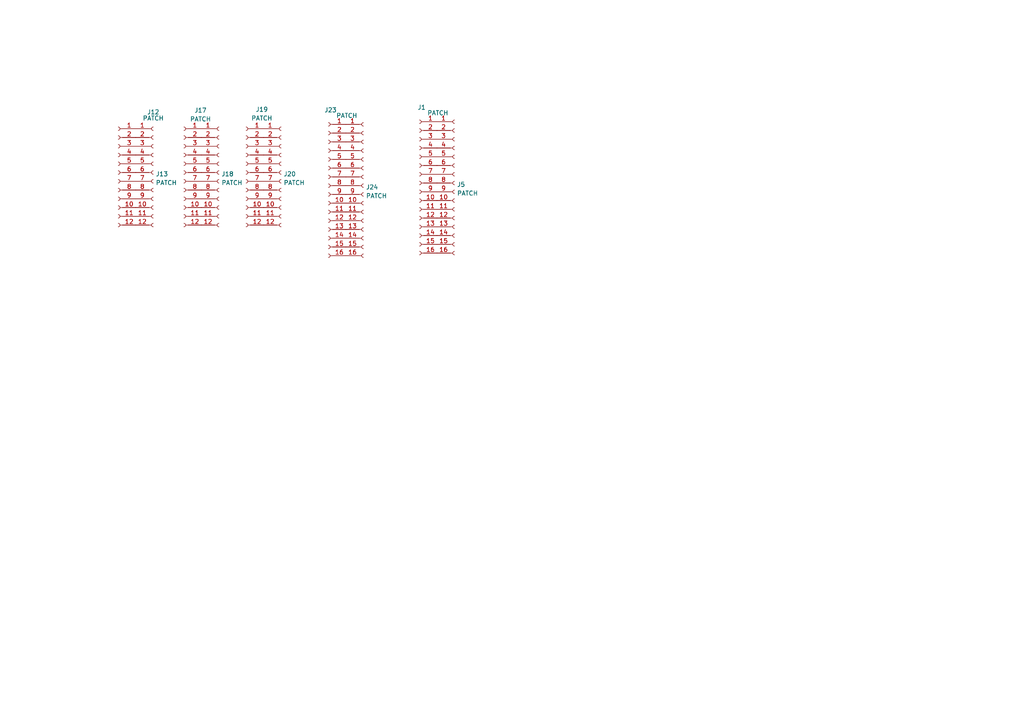
<source format=kicad_sch>
(kicad_sch (version 20231120) (generator "eeschema") (generator_version "8.0")
  (paper "A4")
  (lib_symbols
    (symbol "Connector:Conn_01x12_Female" (pin_names (offset 1.016) hide)
      (property "Reference" "J" (at 0 15.24 0))
      (property "Value" "Conn_01x12_Female" (at 0 -17.78 0))
      (symbol "Conn_01x12_Female_1_1"
        (arc (start 0 -14.732) (mid -0.5058 -15.24) (end 0 -15.748) (stroke (width 0.1524)))
        (arc (start 0 -12.192) (mid -0.5058 -12.7) (end 0 -13.208) (stroke (width 0.1524)))
        (arc (start 0 -9.652) (mid -0.5058 -10.16) (end 0 -10.668) (stroke (width 0.1524)))
        (arc (start 0 -7.112) (mid -0.5058 -7.62) (end 0 -8.128) (stroke (width 0.1524)))
        (arc (start 0 -4.572) (mid -0.5058 -5.08) (end 0 -5.588) (stroke (width 0.1524)))
        (arc (start 0 -2.032) (mid -0.5058 -2.54) (end 0 -3.048) (stroke (width 0.1524)))
        (polyline (pts (xy -1.27 -15.24) (xy -0.508 -15.24)) (stroke (width 0.1524)))
        (polyline (pts (xy -1.27 -12.7) (xy -0.508 -12.7)) (stroke (width 0.1524)))
        (polyline (pts (xy -1.27 -10.16) (xy -0.508 -10.16)) (stroke (width 0.1524)))
        (polyline (pts (xy -1.27 -7.62) (xy -0.508 -7.62)) (stroke (width 0.1524)))
        (polyline (pts (xy -1.27 -5.08) (xy -0.508 -5.08)) (stroke (width 0.1524)))
        (polyline (pts (xy -1.27 -2.54) (xy -0.508 -2.54)) (stroke (width 0.1524)))
        (polyline (pts (xy -1.27 0) (xy -0.508 0)) (stroke (width 0.1524)))
        (polyline (pts (xy -1.27 2.54) (xy -0.508 2.54)) (stroke (width 0.1524)))
        (polyline (pts (xy -1.27 5.08) (xy -0.508 5.08)) (stroke (width 0.1524)))
        (polyline (pts (xy -1.27 7.62) (xy -0.508 7.62)) (stroke (width 0.1524)))
        (polyline (pts (xy -1.27 10.16) (xy -0.508 10.16)) (stroke (width 0.1524)))
        (polyline (pts (xy -1.27 12.7) (xy -0.508 12.7)) (stroke (width 0.1524)))
        (arc (start 0 0.508) (mid -0.5058 0) (end 0 -0.508) (stroke (width 0.1524)))
        (arc (start 0 3.048) (mid -0.5058 2.54) (end 0 2.032) (stroke (width 0.1524)))
        (arc (start 0 5.588) (mid -0.5058 5.08) (end 0 4.572) (stroke (width 0.1524)))
        (arc (start 0 8.128) (mid -0.5058 7.62) (end 0 7.112) (stroke (width 0.1524)))
        (arc (start 0 10.668) (mid -0.5058 10.16) (end 0 9.652) (stroke (width 0.1524)))
        (arc (start 0 13.208) (mid -0.5058 12.7) (end 0 12.192) (stroke (width 0.1524)))
        (pin passive line (at -5.08 12.7 0) (length 3.81) (name "Pin_1") (number "1"))
        (pin passive line (at -5.08 -10.16 0) (length 3.81) (name "Pin_10") (number "10"))
        (pin passive line (at -5.08 -12.7 0) (length 3.81) (name "Pin_11") (number "11"))
        (pin passive line (at -5.08 -15.24 0) (length 3.81) (name "Pin_12") (number "12"))
        (pin passive line (at -5.08 10.16 0) (length 3.81) (name "Pin_2") (number "2"))
        (pin passive line (at -5.08 7.62 0) (length 3.81) (name "Pin_3") (number "3"))
        (pin passive line (at -5.08 5.08 0) (length 3.81) (name "Pin_4") (number "4"))
        (pin passive line (at -5.08 2.54 0) (length 3.81) (name "Pin_5") (number "5"))
        (pin passive line (at -5.08 0 0) (length 3.81) (name "Pin_6") (number "6"))
        (pin passive line (at -5.08 -2.54 0) (length 3.81) (name "Pin_7") (number "7"))
        (pin passive line (at -5.08 -5.08 0) (length 3.81) (name "Pin_8") (number "8"))
        (pin passive line (at -5.08 -7.62 0) (length 3.81) (name "Pin_9") (number "9"))
      )
    )
    (symbol "Connector:Conn_01x16_Female" (pin_names (offset 1.016) hide)
      (property "Reference" "J" (at 0 20.32 0))
      (property "Value" "Conn_01x16_Female" (at 0 -22.86 0))
      (symbol "Conn_01x16_Female_1_1"
        (arc (start 0 -19.812) (mid -0.5058 -20.32) (end 0 -20.828) (stroke (width 0.1524)))
        (arc (start 0 -17.272) (mid -0.5058 -17.78) (end 0 -18.288) (stroke (width 0.1524)))
        (arc (start 0 -14.732) (mid -0.5058 -15.24) (end 0 -15.748) (stroke (width 0.1524)))
        (arc (start 0 -12.192) (mid -0.5058 -12.7) (end 0 -13.208) (stroke (width 0.1524)))
        (arc (start 0 -9.652) (mid -0.5058 -10.16) (end 0 -10.668) (stroke (width 0.1524)))
        (arc (start 0 -7.112) (mid -0.5058 -7.62) (end 0 -8.128) (stroke (width 0.1524)))
        (arc (start 0 -4.572) (mid -0.5058 -5.08) (end 0 -5.588) (stroke (width 0.1524)))
        (arc (start 0 -2.032) (mid -0.5058 -2.54) (end 0 -3.048) (stroke (width 0.1524)))
        (polyline (pts (xy -1.27 -20.32) (xy -0.508 -20.32)) (stroke (width 0.1524)))
        (polyline (pts (xy -1.27 -17.78) (xy -0.508 -17.78)) (stroke (width 0.1524)))
        (polyline (pts (xy -1.27 -15.24) (xy -0.508 -15.24)) (stroke (width 0.1524)))
        (polyline (pts (xy -1.27 -12.7) (xy -0.508 -12.7)) (stroke (width 0.1524)))
        (polyline (pts (xy -1.27 -10.16) (xy -0.508 -10.16)) (stroke (width 0.1524)))
        (polyline (pts (xy -1.27 -7.62) (xy -0.508 -7.62)) (stroke (width 0.1524)))
        (polyline (pts (xy -1.27 -5.08) (xy -0.508 -5.08)) (stroke (width 0.1524)))
        (polyline (pts (xy -1.27 -2.54) (xy -0.508 -2.54)) (stroke (width 0.1524)))
        (polyline (pts (xy -1.27 0) (xy -0.508 0)) (stroke (width 0.1524)))
        (polyline (pts (xy -1.27 2.54) (xy -0.508 2.54)) (stroke (width 0.1524)))
        (polyline (pts (xy -1.27 5.08) (xy -0.508 5.08)) (stroke (width 0.1524)))
        (polyline (pts (xy -1.27 7.62) (xy -0.508 7.62)) (stroke (width 0.1524)))
        (polyline (pts (xy -1.27 10.16) (xy -0.508 10.16)) (stroke (width 0.1524)))
        (polyline (pts (xy -1.27 12.7) (xy -0.508 12.7)) (stroke (width 0.1524)))
        (polyline (pts (xy -1.27 15.24) (xy -0.508 15.24)) (stroke (width 0.1524)))
        (polyline (pts (xy -1.27 17.78) (xy -0.508 17.78)) (stroke (width 0.1524)))
        (arc (start 0 0.508) (mid -0.5058 0) (end 0 -0.508) (stroke (width 0.1524)))
        (arc (start 0 3.048) (mid -0.5058 2.54) (end 0 2.032) (stroke (width 0.1524)))
        (arc (start 0 5.588) (mid -0.5058 5.08) (end 0 4.572) (stroke (width 0.1524)))
        (arc (start 0 8.128) (mid -0.5058 7.62) (end 0 7.112) (stroke (width 0.1524)))
        (arc (start 0 10.668) (mid -0.5058 10.16) (end 0 9.652) (stroke (width 0.1524)))
        (arc (start 0 13.208) (mid -0.5058 12.7) (end 0 12.192) (stroke (width 0.1524)))
        (arc (start 0 15.748) (mid -0.5058 15.24) (end 0 14.732) (stroke (width 0.1524)))
        (arc (start 0 18.288) (mid -0.5058 17.78) (end 0 17.272) (stroke (width 0.1524)))
        (pin passive line (at -5.08 17.78 0) (length 3.81) (name "Pin_1") (number "1"))
        (pin passive line (at -5.08 -5.08 0) (length 3.81) (name "Pin_10") (number "10"))
        (pin passive line (at -5.08 -7.62 0) (length 3.81) (name "Pin_11") (number "11"))
        (pin passive line (at -5.08 -10.16 0) (length 3.81) (name "Pin_12") (number "12"))
        (pin passive line (at -5.08 -12.7 0) (length 3.81) (name "Pin_13") (number "13"))
        (pin passive line (at -5.08 -15.24 0) (length 3.81) (name "Pin_14") (number "14"))
        (pin passive line (at -5.08 -17.78 0) (length 3.81) (name "Pin_15") (number "15"))
        (pin passive line (at -5.08 -20.32 0) (length 3.81) (name "Pin_16") (number "16"))
        (pin passive line (at -5.08 15.24 0) (length 3.81) (name "Pin_2") (number "2"))
        (pin passive line (at -5.08 12.7 0) (length 3.81) (name "Pin_3") (number "3"))
        (pin passive line (at -5.08 10.16 0) (length 3.81) (name "Pin_4") (number "4"))
        (pin passive line (at -5.08 7.62 0) (length 3.81) (name "Pin_5") (number "5"))
        (pin passive line (at -5.08 5.08 0) (length 3.81) (name "Pin_6") (number "6"))
        (pin passive line (at -5.08 2.54 0) (length 3.81) (name "Pin_7") (number "7"))
        (pin passive line (at -5.08 0 0) (length 3.81) (name "Pin_8") (number "8"))
        (pin passive line (at -5.08 -2.54 0) (length 3.81) (name "Pin_9") (number "9"))
      )
    )
  )
  (symbol (lib_id "Connector:Conn_01x12_Female") (at 81.534 50.038 0) (unit 1)
    (property "Reference" "J20" (at 82.2452 50.4733 0) (effects (justify left)))
    (property "Value" "PATCH" (at 82.2452 53.0102 0) (effects (justify left)))
    (property "Footprint" "Connector_PinSocket_2.54mm:PinSocket_1x12_P2.54mm_Vertical" (effects (hide yes)))
  )
  (symbol (lib_id "Connector:Conn_01x12_Female") (at 44.45 50.038 0) (unit 1)
    (property "Reference" "J13" (at 45.1612 50.4733 0) (effects (justify left)))
    (property "Value" "PATCH" (at 45.1612 53.0102 0) (effects (justify left)))
    (property "Footprint" "Connector_PinSocket_2.54mm:PinSocket_1x12_P2.54mm_Vertical" (effects (hide yes)))
  )
  (symbol (lib_id "Connector:Conn_01x16_Female") (at 131.826 53.086 0) (unit 1)
    (property "Reference" "J5" (at 132.5372 53.5213 0) (effects (justify left)))
    (property "Value" "PATCH" (at 132.5372 56.0582 0) (effects (justify left)))
    (property "Footprint" "Connector_PinHeader_2.54mm:PinHeader_1x16_P2.54mm_Vertical" (effects (hide yes)))
  )
  (symbol (lib_id "Connector:Conn_01x12_Female") (at 53.34 50.038 0) (mirror y) (unit 1)
    (property "Reference" "J17" (at 58.166 32.004 0))
    (property "Value" "PATCH" (at 58.166 34.5409 0))
    (property "Footprint" "Connector_PinSocket_2.54mm:PinSocket_1x12_P2.54mm_Vertical" (effects (hide yes)))
  )
  (symbol (lib_id "Connector:Conn_01x16_Female") (at 105.41 53.848 0) (unit 1)
    (property "Reference" "J24" (at 106.1212 54.2833 0) (effects (justify left)))
    (property "Value" "PATCH" (at 106.1212 56.8202 0) (effects (justify left)))
    (property "Footprint" "Connector_PinHeader_2.54mm:PinHeader_1x16_P2.54mm_Vertical" (effects (hide yes)))
  )
  (symbol (lib_id "Connector:Conn_01x16_Female") (at 121.666 53.086 0) (mirror y) (unit 1)
    (property "Reference" "J1" (at 122.301 31.149 0))
    (property "Value" "PATCH" (at 127 32.766 0))
    (property "Footprint" "Connector_PinHeader_2.54mm:PinHeader_1x16_P2.54mm_Vertical" (effects (hide yes)))
  )
  (symbol (lib_id "Connector:Conn_01x12_Female") (at 71.374 50.038 0) (mirror y) (unit 1)
    (property "Reference" "J19" (at 75.946 31.75 0))
    (property "Value" "PATCH" (at 75.946 34.2869 0))
    (property "Footprint" "Connector_PinSocket_2.54mm:PinSocket_1x12_P2.54mm_Vertical" (effects (hide yes)))
  )
  (symbol (lib_id "Connector:Conn_01x16_Female") (at 95.25 53.848 0) (mirror y) (unit 1)
    (property "Reference" "J23" (at 95.885 31.911 0))
    (property "Value" "PATCH" (at 100.584 33.528 0))
    (property "Footprint" "Connector_PinHeader_2.54mm:PinHeader_1x16_P2.54mm_Vertical" (effects (hide yes)))
  )
  (symbol (lib_id "Connector:Conn_01x12_Female") (at 63.5 50.038 0) (unit 1)
    (property "Reference" "J18" (at 64.2112 50.4733 0) (effects (justify left)))
    (property "Value" "PATCH" (at 64.2112 53.0102 0) (effects (justify left)))
    (property "Footprint" "Connector_PinSocket_2.54mm:PinSocket_1x12_P2.54mm_Vertical" (effects (hide yes)))
  )
  (symbol (lib_id "Connector:Conn_01x12_Female") (at 34.29 50.038 0) (mirror y) (unit 1)
    (property "Reference" "J12" (at 44.45 32.512 0))
    (property "Value" "PATCH" (at 44.45 34.29 0))
    (property "Footprint" "Connector_PinSocket_2.54mm:PinSocket_1x12_P2.54mm_Vertical" (effects (hide yes)))
  )
)
</source>
